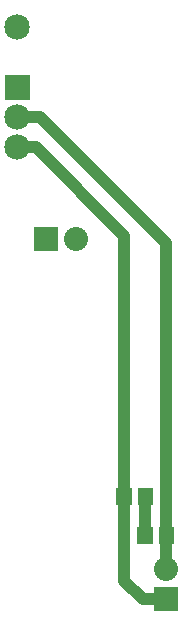
<source format=gtl>
G04 start of page 2 for group 3 layer_idx 0 *
G04 Title: (unknown), top_copper *
G04 Creator: pcb-rnd 2.3.0 *
G04 CreationDate: 2021-05-03 18:52:41 UTC *
G04 For:  *
G04 Format: Gerber/RS-274X *
G04 PCB-Dimensions: 500000 500000 *
G04 PCB-Coordinate-Origin: lower left *
%MOIN*%
%FSLAX25Y25*%
%LNTOP_COPPER_NONE_3*%
%ADD16C,0.0394*%
%ADD15C,0.0430*%
%ADD14C,0.0800*%
%ADD13C,0.0001*%
%ADD12C,0.0850*%
%ADD11C,0.0400*%
G54D11*X179850Y385000D02*X187500D01*
X215500Y345500D02*X186000Y375000D01*
X187500Y385000D02*X229500Y343000D01*
X186000Y375000D02*X179850D01*
X229500Y343000D02*Y234450D01*
X229600Y234350D01*
Y224350D02*X221650D01*
X222500Y245500D02*Y258414D01*
X222586Y258500D01*
X215500Y345500D02*Y230500D01*
X221650Y224350D01*
G54D12*X179850Y385000D03*
G54D13*G36*
X184000Y390850D02*Y399150D01*
X175700D01*
Y390850D01*
X184000D01*
G37*
G54D12*X179850Y415000D03*
Y375000D03*
G54D13*G36*
X185600Y348350D02*X193600D01*
Y340350D01*
X185600D01*
Y348350D01*
G37*
G54D14*X199600Y344350D03*
G54D13*G36*
X225600Y220350D02*Y228350D01*
X233600D01*
Y220350D01*
X225600D01*
G37*
G54D14*X229600Y234350D03*
G54D13*G36*
X225059Y248452D02*X219941D01*
Y242548D01*
X225059D01*
Y248452D01*
G37*
G36*
X232145D02*X227027D01*
Y242548D01*
X232145D01*
Y248452D01*
G37*
G36*
X218059Y261452D02*X212941D01*
Y255548D01*
X218059D01*
Y261452D01*
G37*
G36*
X225145D02*X220027D01*
Y255548D01*
X225145D01*
Y261452D01*
G37*
G54D15*G54D16*M02*

</source>
